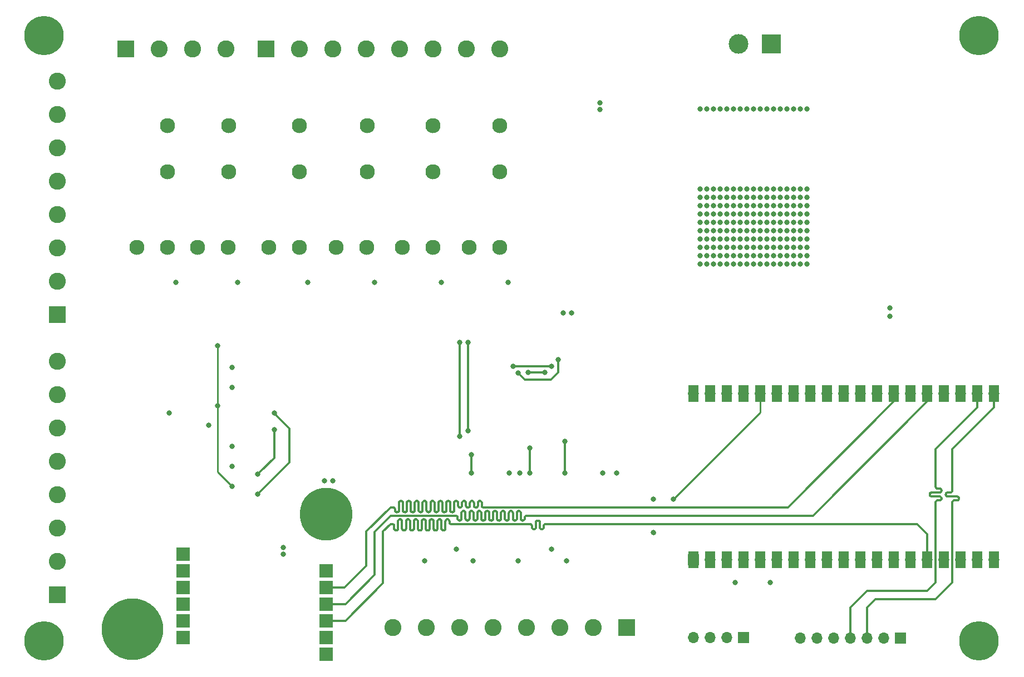
<source format=gbr>
G04 #@! TF.GenerationSoftware,KiCad,Pcbnew,(5.1.5)-3*
G04 #@! TF.CreationDate,2020-11-04T13:24:47-03:00*
G04 #@! TF.ProjectId,ESP32-BOARD,45535033-322d-4424-9f41-52442e6b6963,rev?*
G04 #@! TF.SameCoordinates,Original*
G04 #@! TF.FileFunction,Copper,L4,Bot*
G04 #@! TF.FilePolarity,Positive*
%FSLAX46Y46*%
G04 Gerber Fmt 4.6, Leading zero omitted, Abs format (unit mm)*
G04 Created by KiCad (PCBNEW (5.1.5)-3) date 2020-11-04 13:24:47*
%MOMM*%
%LPD*%
G04 APERTURE LIST*
%ADD10C,2.600000*%
%ADD11R,2.600000X2.600000*%
%ADD12O,1.700000X1.700000*%
%ADD13R,1.700000X1.700000*%
%ADD14C,2.300000*%
%ADD15R,1.500000X2.500000*%
%ADD16R,2.000000X2.000000*%
%ADD17C,1.700000*%
%ADD18C,9.400000*%
%ADD19C,0.800000*%
%ADD20C,6.000000*%
%ADD21C,3.000000*%
%ADD22R,3.000000X3.000000*%
%ADD23C,8.000000*%
%ADD24C,0.300000*%
%ADD25C,0.250000*%
%ADD26C,0.800000*%
G04 APERTURE END LIST*
D10*
X165087300Y-49149000D03*
X160007300Y-49149000D03*
X154927300Y-49149000D03*
X149847300Y-49149000D03*
X144767300Y-49149000D03*
X139687300Y-49149000D03*
X134607300Y-49149000D03*
D11*
X129527300Y-49149000D03*
D12*
X194551300Y-138811000D03*
X197091300Y-138811000D03*
X199631300Y-138811000D03*
D13*
X202171300Y-138811000D03*
D14*
X165061900Y-79375000D03*
X165087300Y-67894200D03*
X165087300Y-60858400D03*
X160388300Y-79375000D03*
X154901900Y-79375000D03*
X154927300Y-67894200D03*
X154927300Y-60858400D03*
X150228300Y-79375000D03*
X144868900Y-79375000D03*
X144894300Y-67894200D03*
X144894300Y-60858400D03*
X140195300Y-79375000D03*
X134581900Y-79375000D03*
X134607300Y-67894200D03*
X134607300Y-60858400D03*
X129908300Y-79375000D03*
X123786900Y-79375000D03*
X123812300Y-67894200D03*
X123812300Y-60858400D03*
X119113300Y-79375000D03*
X114515900Y-79349600D03*
X114541300Y-67868800D03*
X114541300Y-60833000D03*
X109842300Y-79349600D03*
D15*
X212344000Y-101676200D03*
X199644000Y-101676200D03*
X207264000Y-101676200D03*
X204724000Y-101676200D03*
X194564000Y-101676200D03*
X197104000Y-101676200D03*
X209804000Y-101676200D03*
X217424000Y-101676200D03*
X219964000Y-101676200D03*
X202184000Y-101676200D03*
X235204000Y-101676200D03*
X225044000Y-101676200D03*
X222504000Y-101676200D03*
X227584000Y-101676200D03*
X214884000Y-101676200D03*
X237744000Y-101676200D03*
X230124000Y-101676200D03*
X232664000Y-101676200D03*
X240284000Y-101676200D03*
X237718600Y-126974600D03*
X217398600Y-126974600D03*
X202158600Y-126974600D03*
X230098600Y-126974600D03*
X225018600Y-126974600D03*
X235178600Y-126974600D03*
X194538600Y-126974600D03*
X227558600Y-126974600D03*
X222478600Y-126974600D03*
X199618600Y-126974600D03*
X240258600Y-126974600D03*
X232638600Y-126974600D03*
X219938600Y-126974600D03*
X209778600Y-126974600D03*
X214858600Y-126974600D03*
X207238600Y-126974600D03*
X204698600Y-126974600D03*
X197078600Y-126974600D03*
X212318600Y-126974600D03*
D12*
X204698600Y-126974600D03*
X209778600Y-126974600D03*
X197078600Y-126974600D03*
X214858600Y-126974600D03*
X207238600Y-126974600D03*
X212318600Y-126974600D03*
X235204000Y-101676200D03*
X212344000Y-101676200D03*
X240284000Y-101676200D03*
X225044000Y-101676200D03*
X217424000Y-101676200D03*
X209804000Y-101676200D03*
X232664000Y-101676200D03*
X230124000Y-101676200D03*
X204724000Y-101676200D03*
X202184000Y-101676200D03*
X237744000Y-101676200D03*
X227584000Y-101676200D03*
X222504000Y-101676200D03*
X219964000Y-101676200D03*
X207264000Y-101676200D03*
X199644000Y-101676200D03*
X214884000Y-101676200D03*
X197104000Y-101676200D03*
X194564000Y-101676200D03*
X235178600Y-126974600D03*
X240258600Y-126974600D03*
X225018600Y-126974600D03*
X217398600Y-126974600D03*
X232638600Y-126974600D03*
X230098600Y-126974600D03*
X202158600Y-126974600D03*
X237718600Y-126974600D03*
X227558600Y-126974600D03*
X222478600Y-126974600D03*
X219938600Y-126974600D03*
X199618600Y-126974600D03*
D13*
X194538600Y-126974600D03*
D16*
X116903500Y-136271000D03*
X116903500Y-131191000D03*
X116903500Y-128651000D03*
X116903500Y-133731000D03*
X116903500Y-138811000D03*
X116903500Y-126111000D03*
X138645900Y-133756400D03*
X138645900Y-128676400D03*
X138645900Y-138836400D03*
X138645900Y-136296400D03*
X138645900Y-131216400D03*
X138645900Y-141376400D03*
D12*
X116903500Y-128651000D03*
X116903500Y-131191000D03*
X116903500Y-126111000D03*
X116903500Y-133731000D03*
X116903500Y-136271000D03*
X116903500Y-138811000D03*
X138645900Y-131216400D03*
X138645900Y-133756400D03*
X138645900Y-128676400D03*
X138645900Y-136296400D03*
X138645900Y-138836400D03*
D17*
X138645900Y-141376400D03*
D13*
X226060000Y-138938000D03*
D12*
X223520000Y-138938000D03*
X220980000Y-138938000D03*
X218440000Y-138938000D03*
X215900000Y-138938000D03*
X213360000Y-138938000D03*
X210820000Y-138938000D03*
D18*
X109207300Y-137541000D03*
D19*
X236207300Y-45339000D03*
X237985300Y-44577000D03*
X239763300Y-48895000D03*
X235445300Y-47117000D03*
X236207300Y-48895000D03*
X237985300Y-49657000D03*
X239763300Y-45339000D03*
X240525300Y-47117000D03*
D20*
X237985300Y-47117000D03*
D19*
X236207300Y-137541000D03*
X237985300Y-136779000D03*
X239763300Y-141097000D03*
X235445300Y-139319000D03*
X236207300Y-141097000D03*
X237985300Y-141859000D03*
X239763300Y-137541000D03*
X240525300Y-139319000D03*
D20*
X237985300Y-139319000D03*
D19*
X93967300Y-137541000D03*
X95745300Y-136779000D03*
X97523300Y-141097000D03*
X93205300Y-139319000D03*
X93967300Y-141097000D03*
X95745300Y-141859000D03*
X97523300Y-137541000D03*
X98285300Y-139319000D03*
D20*
X95745300Y-139319000D03*
D19*
X93967300Y-45339000D03*
X95745300Y-44577000D03*
X97523300Y-48895000D03*
X93205300Y-47117000D03*
X93967300Y-48895000D03*
X95745300Y-49657000D03*
X97523300Y-45339000D03*
X98285300Y-47117000D03*
D20*
X95745300Y-47117000D03*
D10*
X123431300Y-49149000D03*
X118351300Y-49149000D03*
X113271300Y-49149000D03*
D11*
X108191300Y-49149000D03*
D10*
X97777300Y-96774000D03*
X97777300Y-101854000D03*
X97777300Y-106934000D03*
X97777300Y-112014000D03*
X97777300Y-117094000D03*
X97777300Y-122174000D03*
X97777300Y-127254000D03*
D11*
X97777300Y-132334000D03*
D10*
X97777300Y-54102000D03*
X97777300Y-59182000D03*
X97777300Y-64262000D03*
X97777300Y-69342000D03*
X97777300Y-74422000D03*
X97777300Y-79502000D03*
X97777300Y-84582000D03*
D11*
X97777300Y-89662000D03*
D10*
X148805900Y-137287000D03*
X153885900Y-137287000D03*
X158965900Y-137287000D03*
X164045900Y-137287000D03*
X169125900Y-137287000D03*
X174205900Y-137287000D03*
X179285900Y-137287000D03*
D11*
X184365900Y-137287000D03*
D21*
X201375000Y-48387000D03*
D22*
X206375000Y-48387000D03*
D23*
X138671300Y-120015000D03*
D19*
X201676000Y-58293000D03*
X200660000Y-58293000D03*
X199644000Y-58293000D03*
X198628000Y-58293000D03*
X197612000Y-58293000D03*
X196596000Y-58293000D03*
X195580000Y-58293000D03*
X202692000Y-58293000D03*
X208788000Y-58293000D03*
X207772000Y-58293000D03*
X209804000Y-58293000D03*
X210820000Y-58293000D03*
X211836000Y-58293000D03*
X206756000Y-58293000D03*
X205740000Y-58293000D03*
X204724000Y-58293000D03*
X203708000Y-58293000D03*
X124333000Y-97663000D03*
X124333000Y-100711000D03*
X124333000Y-109728000D03*
X124333000Y-112776000D03*
X124333000Y-115824000D03*
X200901300Y-130429000D03*
X114808000Y-104648000D03*
X168135300Y-113792000D03*
X182867300Y-113792000D03*
X209804000Y-71755000D03*
X199644000Y-71755000D03*
X201676000Y-71755000D03*
X200660000Y-71755000D03*
X196596000Y-71755000D03*
X205740000Y-71755000D03*
X195580000Y-71755000D03*
X210820000Y-71755000D03*
X197612000Y-71755000D03*
X206756000Y-71755000D03*
X207772000Y-71755000D03*
X211836000Y-71755000D03*
X203708000Y-71755000D03*
X198628000Y-71755000D03*
X202692000Y-71755000D03*
X208788000Y-71755000D03*
X204724000Y-71755000D03*
X203708000Y-73025000D03*
X199644000Y-73025000D03*
X207772000Y-73025000D03*
X201676000Y-73025000D03*
X195580000Y-73025000D03*
X197612000Y-73025000D03*
X206756000Y-73025000D03*
X202692000Y-73025000D03*
X209804000Y-73025000D03*
X200660000Y-73025000D03*
X208788000Y-73025000D03*
X198628000Y-73025000D03*
X204724000Y-73025000D03*
X211836000Y-73025000D03*
X196596000Y-73025000D03*
X205740000Y-73025000D03*
X210820000Y-73025000D03*
X200660000Y-74295000D03*
X196596000Y-74295000D03*
X202692000Y-74295000D03*
X209804000Y-74295000D03*
X201676000Y-74295000D03*
X195580000Y-74295000D03*
X208788000Y-74295000D03*
X198628000Y-74295000D03*
X203708000Y-74295000D03*
X206756000Y-74295000D03*
X204724000Y-74295000D03*
X211836000Y-74295000D03*
X205740000Y-74295000D03*
X199644000Y-74295000D03*
X197612000Y-74295000D03*
X210820000Y-74295000D03*
X207772000Y-74295000D03*
X209804000Y-75565000D03*
X201676000Y-75565000D03*
X207772000Y-75565000D03*
X210820000Y-75565000D03*
X199644000Y-75565000D03*
X211836000Y-75565000D03*
X208788000Y-75565000D03*
X203708000Y-75565000D03*
X202692000Y-75565000D03*
X198628000Y-75565000D03*
X204724000Y-75565000D03*
X197612000Y-75565000D03*
X205740000Y-75565000D03*
X206756000Y-75565000D03*
X196596000Y-75565000D03*
X195580000Y-75565000D03*
X200660000Y-75565000D03*
X200660000Y-76835000D03*
X211836000Y-76835000D03*
X197612000Y-76835000D03*
X195580000Y-76835000D03*
X204724000Y-76835000D03*
X206756000Y-76835000D03*
X199644000Y-76835000D03*
X207772000Y-76835000D03*
X208788000Y-76835000D03*
X209804000Y-76835000D03*
X210820000Y-76835000D03*
X203708000Y-76835000D03*
X202692000Y-76835000D03*
X198628000Y-76835000D03*
X205740000Y-76835000D03*
X196596000Y-76835000D03*
X201676000Y-76835000D03*
X207772000Y-78105000D03*
X197612000Y-78105000D03*
X195580000Y-78105000D03*
X205740000Y-78105000D03*
X202692000Y-78105000D03*
X204724000Y-78105000D03*
X208788000Y-78105000D03*
X200660000Y-78105000D03*
X198628000Y-78105000D03*
X209804000Y-78105000D03*
X196596000Y-78105000D03*
X201676000Y-78105000D03*
X211836000Y-78105000D03*
X203708000Y-78105000D03*
X210820000Y-78105000D03*
X199644000Y-78105000D03*
X206756000Y-78105000D03*
X211836000Y-79375000D03*
X210820000Y-79375000D03*
X209804000Y-79375000D03*
X201676000Y-79375000D03*
X207772000Y-79375000D03*
X205740000Y-79375000D03*
X200660000Y-79375000D03*
X195580000Y-79375000D03*
X198628000Y-79375000D03*
X199644000Y-79375000D03*
X206756000Y-79375000D03*
X203708000Y-79375000D03*
X204724000Y-79375000D03*
X208788000Y-79375000D03*
X197612000Y-79375000D03*
X196596000Y-79375000D03*
X202692000Y-79375000D03*
X206756000Y-80645000D03*
X202692000Y-80645000D03*
X211836000Y-80645000D03*
X207772000Y-80645000D03*
X210820000Y-80645000D03*
X200660000Y-80645000D03*
X204724000Y-80645000D03*
X198628000Y-80645000D03*
X196596000Y-80645000D03*
X199644000Y-80645000D03*
X197612000Y-80645000D03*
X195580000Y-80645000D03*
X205740000Y-80645000D03*
X203708000Y-80645000D03*
X208788000Y-80645000D03*
X209804000Y-80645000D03*
X201676000Y-80645000D03*
X206756000Y-81915000D03*
X204724000Y-81915000D03*
X201676000Y-81915000D03*
X195580000Y-81915000D03*
X198628000Y-81915000D03*
X196596000Y-81915000D03*
X205740000Y-81915000D03*
X207772000Y-81915000D03*
X203708000Y-81915000D03*
X209804000Y-81915000D03*
X202692000Y-81915000D03*
X199644000Y-81915000D03*
X197612000Y-81915000D03*
X211836000Y-81915000D03*
X208788000Y-81915000D03*
X200660000Y-81915000D03*
X210820000Y-81915000D03*
X211836000Y-70485000D03*
X206756000Y-70485000D03*
X208788000Y-70485000D03*
X196596000Y-70485000D03*
X199644000Y-70485000D03*
X207772000Y-70485000D03*
X203708000Y-70485000D03*
X209804000Y-70485000D03*
X197612000Y-70485000D03*
X205740000Y-70485000D03*
X195580000Y-70485000D03*
X210820000Y-70485000D03*
X200660000Y-70485000D03*
X204724000Y-70485000D03*
X198628000Y-70485000D03*
X201676000Y-70485000D03*
X202692000Y-70485000D03*
X135877300Y-84709000D03*
X146037300Y-84709000D03*
X156197302Y-84709000D03*
X166357300Y-84709000D03*
X125209300Y-84709000D03*
X115811300Y-84709000D03*
X153657300Y-127127000D03*
X161023300Y-127127000D03*
X167881300Y-127127000D03*
X175247300Y-127127000D03*
X172961300Y-125349000D03*
X158498010Y-125334290D03*
X122116310Y-94361000D03*
X120816811Y-106509137D03*
X122116310Y-103513736D03*
X176022000Y-89408000D03*
X174752000Y-89408000D03*
X224409000Y-89916000D03*
X224408998Y-88646004D03*
X188455300Y-117728990D03*
X166484296Y-113792000D03*
X180708300Y-113792000D03*
X160782000Y-113792000D03*
X160782000Y-110998000D03*
X169672000Y-113792000D03*
X169672000Y-109982000D03*
X174993302Y-108966000D03*
X174993300Y-113792000D03*
X139687300Y-114935000D03*
X138417300Y-114935000D03*
X206235300Y-130429000D03*
X167894000Y-98552000D03*
X173990000Y-96520000D03*
X172974000Y-97536000D03*
X167131994Y-97536000D03*
X171958000Y-98425000D03*
X169418000Y-98424994D03*
X159004000Y-108203994D03*
X158991300Y-93853000D03*
X160273992Y-107315000D03*
X160261300Y-93853000D03*
X128248337Y-113940663D03*
X130752310Y-107188000D03*
X128270000Y-116967000D03*
X130752310Y-104648000D03*
X180340000Y-57404000D03*
X180340000Y-58420000D03*
X188455300Y-122808998D03*
X191503300Y-117729000D03*
X132156200Y-126111000D03*
X132156200Y-125095000D03*
D24*
X114808000Y-104648000D02*
X114681000Y-104648000D01*
D25*
X122116310Y-94926685D02*
X122116310Y-94361000D01*
X122116310Y-113607310D02*
X122116310Y-94926685D01*
X124333000Y-115824000D02*
X122116310Y-113607310D01*
D24*
X160782000Y-113792000D02*
X160782000Y-110998000D01*
X169672000Y-109982000D02*
X169672000Y-113792000D01*
X174993300Y-108966002D02*
X174993302Y-108966000D01*
X174993300Y-113792000D02*
X174993300Y-108966002D01*
X173990000Y-98425000D02*
X172847000Y-99568000D01*
X173990000Y-96520000D02*
X173990000Y-98425000D01*
X172847000Y-99568000D02*
X168910000Y-99568000D01*
X168910000Y-99568000D02*
X167894000Y-98552000D01*
X172974000Y-97536000D02*
X167131994Y-97536000D01*
X171958000Y-98425000D02*
X169418006Y-98425000D01*
X169418006Y-98425000D02*
X169418000Y-98424994D01*
X159004000Y-93865700D02*
X159004000Y-108203994D01*
X158991300Y-93853000D02*
X159004000Y-93865700D01*
X160274000Y-107314992D02*
X160273992Y-107315000D01*
X160261300Y-93853000D02*
X160274000Y-93865700D01*
X160274000Y-93865700D02*
X160274000Y-107314992D01*
X130752310Y-111436690D02*
X128648336Y-113540664D01*
X130752310Y-107188000D02*
X130752310Y-111436690D01*
X128648336Y-113540664D02*
X128248337Y-113940663D01*
X133096000Y-112141000D02*
X133096000Y-106991690D01*
X128270000Y-116967000D02*
X133096000Y-112141000D01*
X133096000Y-106991690D02*
X131152309Y-105047999D01*
X131152309Y-105047999D02*
X130752310Y-104648000D01*
X225044000Y-102857300D02*
X225044000Y-101676200D01*
X162501134Y-118969291D02*
X162564543Y-118991479D01*
X162444253Y-118933550D02*
X162501134Y-118969291D01*
X162396750Y-118886047D02*
X162444253Y-118933550D01*
X162361009Y-118829166D02*
X162396750Y-118886047D01*
X162331300Y-118316308D02*
X162331300Y-118699000D01*
X162323778Y-118249552D02*
X162331300Y-118316308D01*
X162301590Y-118186143D02*
X162323778Y-118249552D01*
X162265849Y-118129262D02*
X162301590Y-118186143D01*
X162218346Y-118081759D02*
X162265849Y-118129262D01*
X162161465Y-118046018D02*
X162218346Y-118081759D01*
X162098056Y-118023830D02*
X162161465Y-118046018D01*
X162031300Y-118016308D02*
X162098056Y-118023830D01*
X161964543Y-118023830D02*
X162031300Y-118016308D01*
X161901134Y-118046018D02*
X161964543Y-118023830D01*
X161844253Y-118081759D02*
X161901134Y-118046018D01*
X161796750Y-118129262D02*
X161844253Y-118081759D01*
X161761009Y-118186143D02*
X161796750Y-118129262D01*
X161738821Y-118249552D02*
X161761009Y-118186143D01*
X161731300Y-118316308D02*
X161738821Y-118249552D01*
X161731300Y-118699000D02*
X161731300Y-118316308D01*
X161723778Y-118765757D02*
X161731300Y-118699000D01*
X161701590Y-118829166D02*
X161723778Y-118765757D01*
X161665849Y-118886047D02*
X161701590Y-118829166D01*
X161618346Y-118933550D02*
X161665849Y-118886047D01*
X161561465Y-118969291D02*
X161618346Y-118933550D01*
X161498056Y-118991479D02*
X161561465Y-118969291D01*
X161431300Y-118999000D02*
X161498056Y-118991479D01*
X161364543Y-118991479D02*
X161431300Y-118999000D01*
X161301134Y-118969291D02*
X161364543Y-118991479D01*
X161244253Y-118933550D02*
X161301134Y-118969291D01*
X161196750Y-118886047D02*
X161244253Y-118933550D01*
X161161009Y-118829166D02*
X161196750Y-118886047D01*
X161138821Y-118765757D02*
X161161009Y-118829166D01*
X161131300Y-118699000D02*
X161138821Y-118765757D01*
X161131300Y-118316308D02*
X161131300Y-118699000D01*
X161123778Y-118249552D02*
X161131300Y-118316308D01*
X161101590Y-118186143D02*
X161123778Y-118249552D01*
X161065849Y-118129262D02*
X161101590Y-118186143D01*
X161018346Y-118081759D02*
X161065849Y-118129262D01*
X160961465Y-118046018D02*
X161018346Y-118081759D01*
X160898056Y-118023830D02*
X160961465Y-118046018D01*
X160831300Y-118016308D02*
X160898056Y-118023830D01*
X160764543Y-118023830D02*
X160831300Y-118016308D01*
X160701134Y-118046018D02*
X160764543Y-118023830D01*
X160644253Y-118081759D02*
X160701134Y-118046018D01*
X160596750Y-118129262D02*
X160644253Y-118081759D01*
X160561009Y-118186143D02*
X160596750Y-118129262D01*
X160538821Y-118249552D02*
X160561009Y-118186143D01*
X160531300Y-118316308D02*
X160538821Y-118249552D01*
X160531300Y-118699000D02*
X160531300Y-118316308D01*
X160523778Y-118765757D02*
X160531300Y-118699000D01*
X160501590Y-118829166D02*
X160523778Y-118765757D01*
X160465849Y-118886047D02*
X160501590Y-118829166D01*
X160418346Y-118933550D02*
X160465849Y-118886047D01*
X160361465Y-118969291D02*
X160418346Y-118933550D01*
X160298056Y-118991479D02*
X160361465Y-118969291D01*
X160231300Y-118999000D02*
X160298056Y-118991479D01*
X160164543Y-118991479D02*
X160231300Y-118999000D01*
X160101134Y-118969291D02*
X160164543Y-118991479D01*
X160044253Y-118933550D02*
X160101134Y-118969291D01*
X159996750Y-118886047D02*
X160044253Y-118933550D01*
X159961009Y-118829166D02*
X159996750Y-118886047D01*
X159938821Y-118765757D02*
X159961009Y-118829166D01*
X159931300Y-118699000D02*
X159938821Y-118765757D01*
X159931300Y-118316308D02*
X159931300Y-118699000D01*
X159923778Y-118249552D02*
X159931300Y-118316308D01*
X159901590Y-118186143D02*
X159923778Y-118249552D01*
X159865849Y-118129262D02*
X159901590Y-118186143D01*
X159818346Y-118081759D02*
X159865849Y-118129262D01*
X159761465Y-118046018D02*
X159818346Y-118081759D01*
X159698056Y-118023830D02*
X159761465Y-118046018D01*
X159631300Y-118016308D02*
X159698056Y-118023830D01*
X159564543Y-118023830D02*
X159631300Y-118016308D01*
X159501134Y-118046018D02*
X159564543Y-118023830D01*
X159444253Y-118081759D02*
X159501134Y-118046018D01*
X159396750Y-118129262D02*
X159444253Y-118081759D01*
X159361009Y-118186143D02*
X159396750Y-118129262D01*
X159338821Y-118249552D02*
X159361009Y-118186143D01*
X159331300Y-118316308D02*
X159338821Y-118249552D01*
X159331300Y-118699000D02*
X159331300Y-118316308D01*
X159323778Y-118765757D02*
X159331300Y-118699000D01*
X159301590Y-118829166D02*
X159323778Y-118765757D01*
X159265849Y-118886047D02*
X159301590Y-118829166D01*
X159218346Y-118933550D02*
X159265849Y-118886047D01*
X159161465Y-118969291D02*
X159218346Y-118933550D01*
X159098056Y-118991479D02*
X159161465Y-118969291D01*
X159031300Y-118999000D02*
X159098056Y-118991479D01*
X158964543Y-118991479D02*
X159031300Y-118999000D01*
X158901134Y-118969291D02*
X158964543Y-118991479D01*
X158844253Y-118933550D02*
X158901134Y-118969291D01*
X158796750Y-118886047D02*
X158844253Y-118933550D01*
X158761009Y-118829166D02*
X158796750Y-118886047D01*
X158738821Y-118765757D02*
X158761009Y-118829166D01*
X158731300Y-118699000D02*
X158738821Y-118765757D01*
X158731300Y-118316308D02*
X158731300Y-118699000D01*
X158723778Y-118249552D02*
X158731300Y-118316308D01*
X158701590Y-118186143D02*
X158723778Y-118249552D01*
X158665849Y-118129262D02*
X158701590Y-118186143D01*
X158618346Y-118081759D02*
X158665849Y-118129262D01*
X158561465Y-118046018D02*
X158618346Y-118081759D01*
X158498056Y-118023830D02*
X158561465Y-118046018D01*
X158431300Y-118016308D02*
X158498056Y-118023830D01*
X158364543Y-118023830D02*
X158431300Y-118016308D01*
X158301134Y-118046018D02*
X158364543Y-118023830D01*
X158244253Y-118081759D02*
X158301134Y-118046018D01*
X158196750Y-118129262D02*
X158244253Y-118081759D01*
X158161009Y-118186143D02*
X158196750Y-118129262D01*
X158138821Y-118249552D02*
X158161009Y-118186143D01*
X158131300Y-118316308D02*
X158138821Y-118249552D01*
X158131300Y-119431692D02*
X158131300Y-118316308D01*
X158123778Y-119498448D02*
X158131300Y-119431692D01*
X158101590Y-119561857D02*
X158123778Y-119498448D01*
X158065849Y-119618738D02*
X158101590Y-119561857D01*
X158018346Y-119666241D02*
X158065849Y-119618738D01*
X157961465Y-119701982D02*
X158018346Y-119666241D01*
X157898056Y-119724170D02*
X157961465Y-119701982D01*
X157831300Y-119731692D02*
X157898056Y-119724170D01*
X157764543Y-119724170D02*
X157831300Y-119731692D01*
X157701134Y-119701982D02*
X157764543Y-119724170D01*
X157644253Y-119666241D02*
X157701134Y-119701982D01*
X157596750Y-119618738D02*
X157644253Y-119666241D01*
X157561009Y-119561857D02*
X157596750Y-119618738D01*
X157538821Y-119498448D02*
X157561009Y-119561857D01*
X157531300Y-119431692D02*
X157538821Y-119498448D01*
X157531300Y-118316308D02*
X157531300Y-119431692D01*
X157523778Y-118249552D02*
X157531300Y-118316308D01*
X157501590Y-118186143D02*
X157523778Y-118249552D01*
X157465849Y-118129262D02*
X157501590Y-118186143D01*
X157418346Y-118081759D02*
X157465849Y-118129262D01*
X157361465Y-118046018D02*
X157418346Y-118081759D01*
X157298056Y-118023830D02*
X157361465Y-118046018D01*
X157231300Y-118016308D02*
X157298056Y-118023830D01*
X157164543Y-118023830D02*
X157231300Y-118016308D01*
X157101134Y-118046018D02*
X157164543Y-118023830D01*
X157044253Y-118081759D02*
X157101134Y-118046018D01*
X156996750Y-118129262D02*
X157044253Y-118081759D01*
X156961009Y-118186143D02*
X156996750Y-118129262D01*
X156938821Y-118249552D02*
X156961009Y-118186143D01*
X156931300Y-118316308D02*
X156938821Y-118249552D01*
X156931300Y-119431692D02*
X156931300Y-118316308D01*
X156923778Y-119498448D02*
X156931300Y-119431692D01*
X156901590Y-119561857D02*
X156923778Y-119498448D01*
X156865849Y-119618738D02*
X156901590Y-119561857D01*
X156818346Y-119666241D02*
X156865849Y-119618738D01*
X156761465Y-119701982D02*
X156818346Y-119666241D01*
X156698056Y-119724170D02*
X156761465Y-119701982D01*
X156631300Y-119731692D02*
X156698056Y-119724170D01*
X156564543Y-119724170D02*
X156631300Y-119731692D01*
X156501134Y-119701982D02*
X156564543Y-119724170D01*
X152431300Y-118016308D02*
X152498056Y-118023830D01*
X152364543Y-118023830D02*
X152431300Y-118016308D01*
X152161009Y-118186143D02*
X152196750Y-118129262D01*
X152138821Y-118249552D02*
X152161009Y-118186143D01*
X152131300Y-119431692D02*
X152131300Y-118316308D01*
X152123778Y-119498448D02*
X152131300Y-119431692D01*
X152101590Y-119561857D02*
X152123778Y-119498448D01*
X152065849Y-119618738D02*
X152101590Y-119561857D01*
X152018346Y-119666241D02*
X152065849Y-119618738D01*
X151898056Y-119724170D02*
X151961465Y-119701982D01*
X151831300Y-119731692D02*
X151898056Y-119724170D01*
X151764543Y-119724170D02*
X151831300Y-119731692D01*
X151701134Y-119701982D02*
X151764543Y-119724170D01*
X151644253Y-119666241D02*
X151701134Y-119701982D01*
X151596750Y-119618738D02*
X151644253Y-119666241D01*
X151531300Y-118316308D02*
X151531300Y-119431692D01*
X151523778Y-118249552D02*
X151531300Y-118316308D01*
X151501590Y-118186143D02*
X151523778Y-118249552D01*
X152301134Y-118046018D02*
X152364543Y-118023830D01*
X151465849Y-118129262D02*
X151501590Y-118186143D01*
X151418346Y-118081759D02*
X151465849Y-118129262D01*
X151361465Y-118046018D02*
X151418346Y-118081759D01*
X151298056Y-118023830D02*
X151361465Y-118046018D01*
X151231300Y-118016308D02*
X151298056Y-118023830D01*
X151164543Y-118023830D02*
X151231300Y-118016308D01*
X151101134Y-118046018D02*
X151164543Y-118023830D01*
X151044253Y-118081759D02*
X151101134Y-118046018D01*
X150996750Y-118129262D02*
X151044253Y-118081759D01*
X150961009Y-118186143D02*
X150996750Y-118129262D01*
X150938821Y-118249552D02*
X150961009Y-118186143D01*
X150931300Y-118316308D02*
X150938821Y-118249552D01*
X150901590Y-119561857D02*
X150923778Y-119498448D01*
X150865849Y-119618738D02*
X150901590Y-119561857D01*
X150818346Y-119666241D02*
X150865849Y-119618738D01*
X150761465Y-119701982D02*
X150818346Y-119666241D01*
X150698056Y-119724170D02*
X150761465Y-119701982D01*
X150631300Y-119731692D02*
X150698056Y-119724170D01*
X150564543Y-119724170D02*
X150631300Y-119731692D01*
X150444253Y-119666241D02*
X150501134Y-119701982D01*
X150396750Y-119618738D02*
X150444253Y-119666241D01*
X149364543Y-119724170D02*
X149431300Y-119731692D01*
X154596750Y-118129262D02*
X154644253Y-118081759D01*
X149161009Y-119561857D02*
X149196750Y-119618738D01*
X149431300Y-119731692D02*
X149498056Y-119724170D01*
X152131300Y-118316308D02*
X152138821Y-118249552D01*
X149138821Y-119498448D02*
X149161009Y-119561857D01*
X155731300Y-119431692D02*
X155731300Y-118316308D01*
X150161465Y-118046018D02*
X150218346Y-118081759D01*
X138658600Y-131445000D02*
X138912600Y-131191000D01*
X149196750Y-119618738D02*
X149244253Y-119666241D01*
X155138821Y-119498448D02*
X155161009Y-119561857D01*
X150323778Y-118249552D02*
X150331300Y-118316308D01*
X162631300Y-118999000D02*
X208902300Y-118999000D01*
X149131300Y-119299000D02*
X149131300Y-119431692D01*
X149561465Y-119701982D02*
X149618346Y-119666241D01*
X149498056Y-119724170D02*
X149561465Y-119701982D01*
X141465300Y-131191000D02*
X144767300Y-127889000D01*
X150931300Y-119431692D02*
X150931300Y-118316308D01*
X149301134Y-119701982D02*
X149364543Y-119724170D01*
X155065849Y-118129262D02*
X155101590Y-118186143D01*
X162564543Y-118991479D02*
X162631300Y-118999000D01*
X149131300Y-119431692D02*
X149138821Y-119498448D01*
X154538821Y-118249552D02*
X154561009Y-118186143D01*
X149723778Y-119498448D02*
X149731300Y-119431692D01*
X144767300Y-122682000D02*
X148450300Y-118999000D01*
X150301590Y-118186143D02*
X150323778Y-118249552D01*
X151531300Y-119431692D02*
X151538821Y-119498448D01*
X148831300Y-118999000D02*
X148898056Y-119006521D01*
X149065849Y-119111953D02*
X149101590Y-119168834D01*
X149701590Y-119561857D02*
X149723778Y-119498448D01*
X151961465Y-119701982D02*
X152018346Y-119666241D01*
X148961465Y-119028709D02*
X149018346Y-119064450D01*
X156323778Y-118249552D02*
X156331300Y-118316308D01*
X149618346Y-119666241D02*
X149665849Y-119618738D01*
X150501134Y-119701982D02*
X150564543Y-119724170D01*
X149244253Y-119666241D02*
X149301134Y-119701982D01*
X154898056Y-118023830D02*
X154961465Y-118046018D01*
X150361009Y-119561857D02*
X150396750Y-119618738D01*
X151561009Y-119561857D02*
X151596750Y-119618738D01*
X162338821Y-118765757D02*
X162361009Y-118829166D01*
X148450300Y-118999000D02*
X148831300Y-118999000D01*
X156331300Y-118316308D02*
X156331300Y-119431692D01*
X152244253Y-118081759D02*
X152301134Y-118046018D01*
X144767300Y-127889000D02*
X144767300Y-122682000D01*
X149731300Y-118316308D02*
X149738821Y-118249552D01*
X150923778Y-119498448D02*
X150931300Y-119431692D01*
X148898056Y-119006521D02*
X148961465Y-119028709D01*
X156361009Y-119561857D02*
X156396750Y-119618738D01*
X149844253Y-118081759D02*
X149901134Y-118046018D01*
X162331300Y-118699000D02*
X162338821Y-118765757D01*
X149018346Y-119064450D02*
X149065849Y-119111953D01*
X155796750Y-118129262D02*
X155844253Y-118081759D01*
X150331300Y-118316308D02*
X150331300Y-119431692D01*
X151538821Y-119498448D02*
X151561009Y-119561857D01*
X149123778Y-119232243D02*
X149131300Y-119299000D01*
X149665849Y-119618738D02*
X149701590Y-119561857D01*
X149731300Y-119431692D02*
X149731300Y-118316308D01*
X150265849Y-118129262D02*
X150301590Y-118186143D01*
X149738821Y-118249552D02*
X149761009Y-118186143D01*
X138912600Y-131191000D02*
X141465300Y-131191000D01*
X155723778Y-119498448D02*
X155731300Y-119431692D01*
X149761009Y-118186143D02*
X149796750Y-118129262D01*
X149796750Y-118129262D02*
X149844253Y-118081759D01*
X149901134Y-118046018D02*
X149964543Y-118023830D01*
X149964543Y-118023830D02*
X150031300Y-118016308D01*
X208902300Y-118999000D02*
X225044000Y-102857300D01*
X149101590Y-119168834D02*
X149123778Y-119232243D01*
X156331300Y-119431692D02*
X156338821Y-119498448D01*
X150218346Y-118081759D02*
X150265849Y-118129262D01*
X150031300Y-118016308D02*
X150098056Y-118023830D01*
X150098056Y-118023830D02*
X150161465Y-118046018D01*
X150331300Y-119431692D02*
X150338821Y-119498448D01*
X152196750Y-118129262D02*
X152244253Y-118081759D01*
X150338821Y-119498448D02*
X150361009Y-119561857D01*
X152498056Y-118023830D02*
X152561465Y-118046018D01*
X152561465Y-118046018D02*
X152618346Y-118081759D01*
X152618346Y-118081759D02*
X152665849Y-118129262D01*
X152665849Y-118129262D02*
X152701590Y-118186143D01*
X152701590Y-118186143D02*
X152723778Y-118249552D01*
X152723778Y-118249552D02*
X152731300Y-118316308D01*
X152731300Y-118316308D02*
X152731300Y-119431692D01*
X152731300Y-119431692D02*
X152738821Y-119498448D01*
X152738821Y-119498448D02*
X152761009Y-119561857D01*
X152761009Y-119561857D02*
X152796750Y-119618738D01*
X152796750Y-119618738D02*
X152844253Y-119666241D01*
X152844253Y-119666241D02*
X152901134Y-119701982D01*
X152901134Y-119701982D02*
X152964543Y-119724170D01*
X152964543Y-119724170D02*
X153031300Y-119731692D01*
X153031300Y-119731692D02*
X153098056Y-119724170D01*
X153098056Y-119724170D02*
X153161465Y-119701982D01*
X153161465Y-119701982D02*
X153218346Y-119666241D01*
X153218346Y-119666241D02*
X153265849Y-119618738D01*
X153265849Y-119618738D02*
X153301590Y-119561857D01*
X153301590Y-119561857D02*
X153323778Y-119498448D01*
X153323778Y-119498448D02*
X153331300Y-119431692D01*
X153331300Y-119431692D02*
X153331300Y-118316308D01*
X153331300Y-118316308D02*
X153338821Y-118249552D01*
X153338821Y-118249552D02*
X153361009Y-118186143D01*
X153361009Y-118186143D02*
X153396750Y-118129262D01*
X153396750Y-118129262D02*
X153444253Y-118081759D01*
X153444253Y-118081759D02*
X153501134Y-118046018D01*
X153501134Y-118046018D02*
X153564543Y-118023830D01*
X153564543Y-118023830D02*
X153631300Y-118016308D01*
X153631300Y-118016308D02*
X153698056Y-118023830D01*
X153698056Y-118023830D02*
X153761465Y-118046018D01*
X153761465Y-118046018D02*
X153818346Y-118081759D01*
X153818346Y-118081759D02*
X153865849Y-118129262D01*
X153865849Y-118129262D02*
X153901590Y-118186143D01*
X153901590Y-118186143D02*
X153923778Y-118249552D01*
X153923778Y-118249552D02*
X153931300Y-118316308D01*
X153931300Y-118316308D02*
X153931300Y-119431692D01*
X153931300Y-119431692D02*
X153938821Y-119498448D01*
X153938821Y-119498448D02*
X153961009Y-119561857D01*
X153961009Y-119561857D02*
X153996750Y-119618738D01*
X153996750Y-119618738D02*
X154044253Y-119666241D01*
X154044253Y-119666241D02*
X154101134Y-119701982D01*
X154101134Y-119701982D02*
X154164543Y-119724170D01*
X154164543Y-119724170D02*
X154231300Y-119731692D01*
X154231300Y-119731692D02*
X154298056Y-119724170D01*
X154298056Y-119724170D02*
X154361465Y-119701982D01*
X154361465Y-119701982D02*
X154418346Y-119666241D01*
X154418346Y-119666241D02*
X154465849Y-119618738D01*
X154465849Y-119618738D02*
X154501590Y-119561857D01*
X154501590Y-119561857D02*
X154523778Y-119498448D01*
X154523778Y-119498448D02*
X154531300Y-119431692D01*
X154531300Y-119431692D02*
X154531300Y-118316308D01*
X154531300Y-118316308D02*
X154538821Y-118249552D01*
X154561009Y-118186143D02*
X154596750Y-118129262D01*
X154644253Y-118081759D02*
X154701134Y-118046018D01*
X154701134Y-118046018D02*
X154764543Y-118023830D01*
X154764543Y-118023830D02*
X154831300Y-118016308D01*
X154831300Y-118016308D02*
X154898056Y-118023830D01*
X154961465Y-118046018D02*
X155018346Y-118081759D01*
X155018346Y-118081759D02*
X155065849Y-118129262D01*
X155101590Y-118186143D02*
X155123778Y-118249552D01*
X155123778Y-118249552D02*
X155131300Y-118316308D01*
X155131300Y-118316308D02*
X155131300Y-119431692D01*
X155131300Y-119431692D02*
X155138821Y-119498448D01*
X155161009Y-119561857D02*
X155196750Y-119618738D01*
X155196750Y-119618738D02*
X155244253Y-119666241D01*
X155244253Y-119666241D02*
X155301134Y-119701982D01*
X155301134Y-119701982D02*
X155364543Y-119724170D01*
X155364543Y-119724170D02*
X155431300Y-119731692D01*
X155431300Y-119731692D02*
X155498056Y-119724170D01*
X155498056Y-119724170D02*
X155561465Y-119701982D01*
X155561465Y-119701982D02*
X155618346Y-119666241D01*
X155618346Y-119666241D02*
X155665849Y-119618738D01*
X155665849Y-119618738D02*
X155701590Y-119561857D01*
X155701590Y-119561857D02*
X155723778Y-119498448D01*
X155731300Y-118316308D02*
X155738821Y-118249552D01*
X155738821Y-118249552D02*
X155761009Y-118186143D01*
X155761009Y-118186143D02*
X155796750Y-118129262D01*
X155844253Y-118081759D02*
X155901134Y-118046018D01*
X155901134Y-118046018D02*
X155964543Y-118023830D01*
X155964543Y-118023830D02*
X156031300Y-118016308D01*
X156031300Y-118016308D02*
X156098056Y-118023830D01*
X156098056Y-118023830D02*
X156161465Y-118046018D01*
X156161465Y-118046018D02*
X156218346Y-118081759D01*
X156218346Y-118081759D02*
X156265849Y-118129262D01*
X156265849Y-118129262D02*
X156301590Y-118186143D01*
X156301590Y-118186143D02*
X156323778Y-118249552D01*
X156338821Y-119498448D02*
X156361009Y-119561857D01*
X156396750Y-119618738D02*
X156444253Y-119666241D01*
X156444253Y-119666241D02*
X156501134Y-119701982D01*
X230111300Y-102870000D02*
X230111300Y-101600000D01*
X212712300Y-120269000D02*
X230111300Y-102870000D01*
X169156300Y-120269000D02*
X212712300Y-120269000D01*
X168969253Y-120334450D02*
X169026134Y-120298709D01*
X168856300Y-120705255D02*
X168856300Y-120569000D01*
X168848778Y-120772011D02*
X168856300Y-120705255D01*
X168826590Y-120835420D02*
X168848778Y-120772011D01*
X168790849Y-120892301D02*
X168826590Y-120835420D01*
X168743346Y-120939804D02*
X168790849Y-120892301D01*
X168686465Y-120975545D02*
X168743346Y-120939804D01*
X168556300Y-121005255D02*
X168623056Y-120997733D01*
X168489543Y-120997733D02*
X168556300Y-121005255D01*
X168321750Y-120892301D02*
X168369253Y-120939804D01*
X168263821Y-120772011D02*
X168286009Y-120835420D01*
X168256300Y-120705255D02*
X168263821Y-120772011D01*
X168256300Y-119832745D02*
X168256300Y-120705255D01*
X168226590Y-119702580D02*
X168248778Y-119765989D01*
X168190849Y-119645699D02*
X168226590Y-119702580D01*
X168086465Y-119562455D02*
X168143346Y-119598196D01*
X167826134Y-119562455D02*
X167889543Y-119540267D01*
X167769253Y-119598196D02*
X167826134Y-119562455D01*
X167721750Y-119645699D02*
X167769253Y-119598196D01*
X167686009Y-119702580D02*
X167721750Y-119645699D01*
X167663821Y-119765989D02*
X167686009Y-119702580D01*
X167656300Y-119832745D02*
X167663821Y-119765989D01*
X167648778Y-120772011D02*
X167656300Y-120705255D01*
X167626590Y-120835420D02*
X167648778Y-120772011D01*
X167590849Y-120892301D02*
X167626590Y-120835420D01*
X167543346Y-120939804D02*
X167590849Y-120892301D01*
X167486465Y-120975545D02*
X167543346Y-120939804D01*
X167423056Y-120997733D02*
X167486465Y-120975545D01*
X167356300Y-121005255D02*
X167423056Y-120997733D01*
X167289543Y-120997733D02*
X167356300Y-121005255D01*
X167121750Y-120892301D02*
X167169253Y-120939804D01*
X167086009Y-120835420D02*
X167121750Y-120892301D01*
X167063821Y-120772011D02*
X167086009Y-120835420D01*
X167056300Y-120705255D02*
X167063821Y-120772011D01*
X167056300Y-119832745D02*
X167056300Y-120705255D01*
X167048778Y-119765989D02*
X167056300Y-119832745D01*
X167026590Y-119702580D02*
X167048778Y-119765989D01*
X166990849Y-119645699D02*
X167026590Y-119702580D01*
X166886465Y-119562455D02*
X166943346Y-119598196D01*
X166426590Y-120835420D02*
X166448778Y-120772011D01*
X161656300Y-120705255D02*
X161656300Y-119832745D01*
X161626590Y-120835420D02*
X161648778Y-120772011D01*
X168143346Y-119598196D02*
X168190849Y-119645699D01*
X161423056Y-120997733D02*
X161486465Y-120975545D01*
X168921750Y-120381953D02*
X168969253Y-120334450D01*
X161289543Y-120997733D02*
X161356300Y-121005255D01*
X168863821Y-120502243D02*
X168886009Y-120438834D01*
X161226134Y-120975545D02*
X161289543Y-120997733D01*
X167889543Y-119540267D02*
X167956300Y-119532745D01*
X161169253Y-120939804D02*
X161226134Y-120975545D01*
X167656300Y-120705255D02*
X167656300Y-119832745D01*
X161086009Y-120835420D02*
X161121750Y-120892301D01*
X168856300Y-120569000D02*
X168863821Y-120502243D01*
X161056300Y-120705255D02*
X161063821Y-120772011D01*
X166756300Y-119532745D02*
X166823056Y-119540267D01*
X161048778Y-119765989D02*
X161056300Y-119832745D01*
X166026134Y-120975545D02*
X166089543Y-120997733D01*
X161026590Y-119702580D02*
X161048778Y-119765989D01*
X166343346Y-120939804D02*
X166390849Y-120892301D01*
X160990849Y-119645699D02*
X161026590Y-119702580D01*
X168623056Y-120997733D02*
X168686465Y-120975545D01*
X160943346Y-119598196D02*
X160990849Y-119645699D01*
X169089543Y-120276521D02*
X169156300Y-120269000D01*
X160886465Y-119562455D02*
X160943346Y-119598196D01*
X166689543Y-119540267D02*
X166756300Y-119532745D01*
X160756300Y-119532745D02*
X160823056Y-119540267D01*
X166569253Y-119598196D02*
X166626134Y-119562455D01*
X160569253Y-119598196D02*
X160626134Y-119562455D01*
X166286465Y-120975545D02*
X166343346Y-120939804D01*
X160521750Y-119645699D02*
X160569253Y-119598196D01*
X160689543Y-119540267D02*
X160756300Y-119532745D01*
X165686465Y-119562455D02*
X165743346Y-119598196D01*
X166943346Y-119598196D02*
X166990849Y-119645699D01*
X160486009Y-119702580D02*
X160521750Y-119645699D01*
X166626134Y-119562455D02*
X166689543Y-119540267D01*
X160463821Y-119765989D02*
X160486009Y-119702580D01*
X168426134Y-120975545D02*
X168489543Y-120997733D01*
X160456300Y-119832745D02*
X160463821Y-119765989D01*
X166463821Y-119765989D02*
X166486009Y-119702580D01*
X160426590Y-120835420D02*
X160448778Y-120772011D01*
X164626590Y-119702580D02*
X164648778Y-119765989D01*
X160390849Y-120892301D02*
X160426590Y-120835420D01*
X161056300Y-119832745D02*
X161056300Y-120705255D01*
X164721750Y-120892301D02*
X164769253Y-120939804D01*
X161721750Y-119645699D02*
X161769253Y-119598196D01*
X160823056Y-119540267D02*
X160886465Y-119562455D01*
X165256300Y-119832745D02*
X165263821Y-119765989D01*
X166156300Y-121005255D02*
X166223056Y-120997733D01*
X160089543Y-120997733D02*
X160156300Y-121005255D01*
X164289543Y-119540267D02*
X164356300Y-119532745D01*
X159921750Y-120892301D02*
X159969253Y-120939804D01*
X168286009Y-120835420D02*
X168321750Y-120892301D01*
X161486465Y-120975545D02*
X161543346Y-120939804D01*
X165256300Y-120705255D02*
X165256300Y-119832745D01*
X160026134Y-120975545D02*
X160089543Y-120997733D01*
X165826590Y-119702580D02*
X165848778Y-119765989D01*
X161590849Y-120892301D02*
X161626590Y-120835420D01*
X161889543Y-119540267D02*
X161956300Y-119532745D01*
X168886009Y-120438834D02*
X168921750Y-120381953D01*
X160156300Y-121005255D02*
X160223056Y-120997733D01*
X163026134Y-119562455D02*
X163089543Y-119540267D01*
X166456300Y-119832745D02*
X166463821Y-119765989D01*
X159743346Y-119598196D02*
X159790849Y-119645699D01*
X160626134Y-119562455D02*
X160689543Y-119540267D01*
X164956300Y-121005255D02*
X165023056Y-120997733D01*
X165743346Y-119598196D02*
X165790849Y-119645699D01*
X166521750Y-119645699D02*
X166569253Y-119598196D01*
X159848778Y-119765989D02*
X159856300Y-119832745D01*
X161686009Y-119702580D02*
X161721750Y-119645699D01*
X158656300Y-120705255D02*
X158663821Y-120772011D01*
X158769253Y-120939804D02*
X158826134Y-120975545D01*
X164686009Y-120835420D02*
X164721750Y-120892301D01*
X161648778Y-120772011D02*
X161656300Y-120705255D01*
X158663821Y-120772011D02*
X158686009Y-120835420D01*
X165190849Y-120892301D02*
X165226590Y-120835420D01*
X166486009Y-119702580D02*
X166521750Y-119645699D01*
X159863821Y-120772011D02*
X159886009Y-120835420D01*
X160343346Y-120939804D02*
X160390849Y-120892301D01*
X164226134Y-119562455D02*
X164289543Y-119540267D01*
X161956300Y-119532745D02*
X162023056Y-119540267D01*
X160456300Y-120705255D02*
X160456300Y-119832745D01*
X165921750Y-120892301D02*
X165969253Y-120939804D01*
X165023056Y-120997733D02*
X165086465Y-120975545D01*
X158543346Y-120334450D02*
X158590849Y-120381953D01*
X169026134Y-120298709D02*
X169089543Y-120276521D01*
X161356300Y-121005255D02*
X161423056Y-120997733D01*
X159190849Y-120892301D02*
X159226590Y-120835420D01*
X163286465Y-119562455D02*
X163343346Y-119598196D01*
X158656300Y-120569000D02*
X158656300Y-120705255D01*
X161663821Y-119765989D02*
X161686009Y-119702580D01*
X168369253Y-120939804D02*
X168426134Y-120975545D01*
X159856300Y-119832745D02*
X159856300Y-120705255D01*
X161656300Y-119832745D02*
X161663821Y-119765989D01*
X165886009Y-120835420D02*
X165921750Y-120892301D01*
X158486465Y-120298709D02*
X158543346Y-120334450D01*
X164543346Y-119598196D02*
X164590849Y-119645699D01*
X161063821Y-120772011D02*
X161086009Y-120835420D01*
X165856300Y-120705255D02*
X165863821Y-120772011D01*
X161769253Y-119598196D02*
X161826134Y-119562455D01*
X160286465Y-120975545D02*
X160343346Y-120939804D01*
X164826134Y-120975545D02*
X164889543Y-120997733D01*
X161826134Y-119562455D02*
X161889543Y-119540267D01*
X159226590Y-120835420D02*
X159248778Y-120772011D01*
X167169253Y-120939804D02*
X167226134Y-120975545D01*
X159969253Y-120939804D02*
X160026134Y-120975545D01*
X162686465Y-120975545D02*
X162743346Y-120939804D01*
X166089543Y-120997733D02*
X166156300Y-121005255D01*
X159686465Y-119562455D02*
X159743346Y-119598196D01*
X158648778Y-120502243D02*
X158656300Y-120569000D01*
X165321750Y-119645699D02*
X165369253Y-119598196D01*
X166223056Y-120997733D02*
X166286465Y-120975545D01*
X159086465Y-120975545D02*
X159143346Y-120939804D01*
X164656300Y-119832745D02*
X164656300Y-120705255D01*
X163156300Y-119532745D02*
X163223056Y-119540267D01*
X159143346Y-120939804D02*
X159190849Y-120892301D01*
X146037300Y-129286000D02*
X146037300Y-122697875D01*
X165790849Y-119645699D02*
X165826590Y-119702580D01*
X166823056Y-119540267D02*
X166886465Y-119562455D01*
X159256300Y-120705255D02*
X159256300Y-119832745D01*
X165969253Y-120939804D02*
X166026134Y-120975545D01*
X158721750Y-120892301D02*
X158769253Y-120939804D01*
X165143346Y-120939804D02*
X165190849Y-120892301D01*
X158626590Y-120438834D02*
X158648778Y-120502243D01*
X164769253Y-120939804D02*
X164826134Y-120975545D01*
X165556300Y-119532745D02*
X165623056Y-119540267D01*
X159286009Y-119702580D02*
X159321750Y-119645699D01*
X165286009Y-119702580D02*
X165321750Y-119645699D01*
X167226134Y-120975545D02*
X167289543Y-120997733D01*
X160448778Y-120772011D02*
X160456300Y-120705255D01*
X164086009Y-119702580D02*
X164121750Y-119645699D01*
X164486465Y-119562455D02*
X164543346Y-119598196D01*
X165263821Y-119765989D02*
X165286009Y-119702580D01*
X159426134Y-119562455D02*
X159489543Y-119540267D01*
X148466175Y-120269000D02*
X158356300Y-120269000D01*
X164656300Y-120705255D02*
X164663821Y-120772011D01*
X166390849Y-120892301D02*
X166426590Y-120835420D01*
X159489543Y-119540267D02*
X159556300Y-119532745D01*
X165863821Y-120772011D02*
X165886009Y-120835420D01*
X166448778Y-120772011D02*
X166456300Y-120705255D01*
X159556300Y-119532745D02*
X159623056Y-119540267D01*
X158889543Y-120997733D02*
X158956300Y-121005255D01*
X164423056Y-119540267D02*
X164486465Y-119562455D01*
X166456300Y-120705255D02*
X166456300Y-119832745D01*
X159623056Y-119540267D02*
X159686465Y-119562455D01*
X161121750Y-120892301D02*
X161169253Y-120939804D01*
X165489543Y-119540267D02*
X165556300Y-119532745D01*
X168248778Y-119765989D02*
X168256300Y-119832745D01*
X159886009Y-120835420D02*
X159921750Y-120892301D01*
X168023056Y-119540267D02*
X168086465Y-119562455D01*
X159826590Y-119702580D02*
X159848778Y-119765989D01*
X167956300Y-119532745D02*
X168023056Y-119540267D01*
X159856300Y-120705255D02*
X159863821Y-120772011D01*
X162023056Y-119540267D02*
X162086465Y-119562455D01*
X162086465Y-119562455D02*
X162143346Y-119598196D01*
X162143346Y-119598196D02*
X162190849Y-119645699D01*
X138658600Y-133985000D02*
X138912600Y-133731000D01*
X162190849Y-119645699D02*
X162226590Y-119702580D01*
X162226590Y-119702580D02*
X162248778Y-119765989D01*
X158356300Y-120269000D02*
X158423056Y-120276521D01*
X162248778Y-119765989D02*
X162256300Y-119832745D01*
X162256300Y-119832745D02*
X162256300Y-120705255D01*
X162256300Y-120705255D02*
X162263821Y-120772011D01*
X162263821Y-120772011D02*
X162286009Y-120835420D01*
X162286009Y-120835420D02*
X162321750Y-120892301D01*
X162321750Y-120892301D02*
X162369253Y-120939804D01*
X162369253Y-120939804D02*
X162426134Y-120975545D01*
X162426134Y-120975545D02*
X162489543Y-120997733D01*
X162489543Y-120997733D02*
X162556300Y-121005255D01*
X162556300Y-121005255D02*
X162623056Y-120997733D01*
X162623056Y-120997733D02*
X162686465Y-120975545D01*
X162743346Y-120939804D02*
X162790849Y-120892301D01*
X162790849Y-120892301D02*
X162826590Y-120835420D01*
X146037300Y-122697875D02*
X148466175Y-120269000D01*
X162826590Y-120835420D02*
X162848778Y-120772011D01*
X162848778Y-120772011D02*
X162856300Y-120705255D01*
X162856300Y-120705255D02*
X162856300Y-119832745D01*
X162856300Y-119832745D02*
X162863821Y-119765989D01*
X162863821Y-119765989D02*
X162886009Y-119702580D01*
X162886009Y-119702580D02*
X162921750Y-119645699D01*
X162921750Y-119645699D02*
X162969253Y-119598196D01*
X162969253Y-119598196D02*
X163026134Y-119562455D01*
X163089543Y-119540267D02*
X163156300Y-119532745D01*
X163223056Y-119540267D02*
X163286465Y-119562455D01*
X163343346Y-119598196D02*
X163390849Y-119645699D01*
X163390849Y-119645699D02*
X163426590Y-119702580D01*
X163426590Y-119702580D02*
X163448778Y-119765989D01*
X163448778Y-119765989D02*
X163456300Y-119832745D01*
X163456300Y-119832745D02*
X163456300Y-120705255D01*
X158956300Y-121005255D02*
X159023056Y-120997733D01*
X163456300Y-120705255D02*
X163463821Y-120772011D01*
X159321750Y-119645699D02*
X159369253Y-119598196D01*
X163463821Y-120772011D02*
X163486009Y-120835420D01*
X163486009Y-120835420D02*
X163521750Y-120892301D01*
X163521750Y-120892301D02*
X163569253Y-120939804D01*
X163569253Y-120939804D02*
X163626134Y-120975545D01*
X163626134Y-120975545D02*
X163689543Y-120997733D01*
X163689543Y-120997733D02*
X163756300Y-121005255D01*
X163756300Y-121005255D02*
X163823056Y-120997733D01*
X163823056Y-120997733D02*
X163886465Y-120975545D01*
X163886465Y-120975545D02*
X163943346Y-120939804D01*
X163943346Y-120939804D02*
X163990849Y-120892301D01*
X158826134Y-120975545D02*
X158889543Y-120997733D01*
X163990849Y-120892301D02*
X164026590Y-120835420D01*
X164026590Y-120835420D02*
X164048778Y-120772011D01*
X164048778Y-120772011D02*
X164056300Y-120705255D01*
X164056300Y-120705255D02*
X164056300Y-119832745D01*
X164056300Y-119832745D02*
X164063821Y-119765989D01*
X164063821Y-119765989D02*
X164086009Y-119702580D01*
X164121750Y-119645699D02*
X164169253Y-119598196D01*
X159248778Y-120772011D02*
X159256300Y-120705255D01*
X164169253Y-119598196D02*
X164226134Y-119562455D01*
X164356300Y-119532745D02*
X164423056Y-119540267D01*
X164590849Y-119645699D02*
X164626590Y-119702580D01*
X159263821Y-119765989D02*
X159286009Y-119702580D01*
X164648778Y-119765989D02*
X164656300Y-119832745D01*
X138912600Y-133731000D02*
X141592300Y-133731000D01*
X164663821Y-120772011D02*
X164686009Y-120835420D01*
X158590849Y-120381953D02*
X158626590Y-120438834D01*
X164889543Y-120997733D02*
X164956300Y-121005255D01*
X159256300Y-119832745D02*
X159263821Y-119765989D01*
X165086465Y-120975545D02*
X165143346Y-120939804D01*
X158423056Y-120276521D02*
X158486465Y-120298709D01*
X165226590Y-120835420D02*
X165248778Y-120772011D01*
X160223056Y-120997733D02*
X160286465Y-120975545D01*
X165248778Y-120772011D02*
X165256300Y-120705255D01*
X159023056Y-120997733D02*
X159086465Y-120975545D01*
X165369253Y-119598196D02*
X165426134Y-119562455D01*
X141592300Y-133731000D02*
X146037300Y-129286000D01*
X165426134Y-119562455D02*
X165489543Y-119540267D01*
X159369253Y-119598196D02*
X159426134Y-119562455D01*
X165623056Y-119540267D02*
X165686465Y-119562455D01*
X159790849Y-119645699D02*
X159826590Y-119702580D01*
X165848778Y-119765989D02*
X165856300Y-119832745D01*
X161543346Y-120939804D02*
X161590849Y-120892301D01*
X165856300Y-119832745D02*
X165856300Y-120705255D01*
X158686009Y-120835420D02*
X158721750Y-120892301D01*
X171759300Y-122021390D02*
X171759300Y-121839000D01*
X171751778Y-122088146D02*
X171759300Y-122021390D01*
X171729590Y-122151555D02*
X171751778Y-122088146D01*
X171693849Y-122208436D02*
X171729590Y-122151555D01*
X171646346Y-122255939D02*
X171693849Y-122208436D01*
X171589465Y-122291680D02*
X171646346Y-122255939D01*
X171526056Y-122313868D02*
X171589465Y-122291680D01*
X171459300Y-122321390D02*
X171526056Y-122313868D01*
X171392543Y-122313868D02*
X171459300Y-122321390D01*
X171329134Y-122291680D02*
X171392543Y-122313868D01*
X171272253Y-122255939D02*
X171329134Y-122291680D01*
X171224750Y-122208436D02*
X171272253Y-122255939D01*
X171189009Y-122151555D02*
X171224750Y-122208436D01*
X171166821Y-122088146D02*
X171189009Y-122151555D01*
X171159300Y-122021390D02*
X171166821Y-122088146D01*
X171159300Y-121272805D02*
X171159300Y-122021390D01*
X171152625Y-121213572D02*
X171159300Y-121272805D01*
X171132938Y-121157308D02*
X171152625Y-121213572D01*
X171101224Y-121106836D02*
X171132938Y-121157308D01*
X171059074Y-121064686D02*
X171101224Y-121106836D01*
X171008602Y-121032972D02*
X171059074Y-121064686D01*
X170952338Y-121013285D02*
X171008602Y-121032972D01*
X170893105Y-121006610D02*
X170952338Y-121013285D01*
X170825495Y-121006610D02*
X170893105Y-121006610D01*
X170766261Y-121013285D02*
X170825495Y-121006610D01*
X170709997Y-121032972D02*
X170766261Y-121013285D01*
X170659525Y-121064686D02*
X170709997Y-121032972D01*
X170617375Y-121106836D02*
X170659525Y-121064686D01*
X170585661Y-121157308D02*
X170617375Y-121106836D01*
X170565974Y-121213572D02*
X170585661Y-121157308D01*
X170559300Y-121272805D02*
X170565974Y-121213572D01*
X170559300Y-122021390D02*
X170559300Y-121272805D01*
X170551778Y-122088146D02*
X170559300Y-122021390D01*
X170529590Y-122151555D02*
X170551778Y-122088146D01*
X170493849Y-122208436D02*
X170529590Y-122151555D01*
X170446346Y-122255939D02*
X170493849Y-122208436D01*
X170389465Y-122291680D02*
X170446346Y-122255939D01*
X170326056Y-122313868D02*
X170389465Y-122291680D01*
X170259300Y-122321390D02*
X170326056Y-122313868D01*
X170192543Y-122313868D02*
X170259300Y-122321390D01*
X170129134Y-122291680D02*
X170192543Y-122313868D01*
X170072253Y-122255939D02*
X170129134Y-122291680D01*
X170024750Y-122208436D02*
X170072253Y-122255939D01*
X169989009Y-122151555D02*
X170024750Y-122208436D01*
X169966821Y-122088146D02*
X169989009Y-122151555D01*
X169959300Y-122021390D02*
X169966821Y-122088146D01*
X169959300Y-121839000D02*
X169959300Y-122021390D01*
X169951778Y-121772243D02*
X169959300Y-121839000D01*
X169929590Y-121708834D02*
X169951778Y-121772243D01*
X169893849Y-121651953D02*
X169929590Y-121708834D01*
X169846346Y-121604450D02*
X169893849Y-121651953D01*
X169789465Y-121568709D02*
X169846346Y-121604450D01*
X169726056Y-121546521D02*
X169789465Y-121568709D01*
X169659300Y-121539000D02*
X169726056Y-121546521D01*
X157704300Y-121539000D02*
X169659300Y-121539000D01*
X157637543Y-121531479D02*
X157704300Y-121539000D01*
X157574134Y-121509291D02*
X157637543Y-121531479D01*
X157517253Y-121473550D02*
X157574134Y-121509291D01*
X157469750Y-121426047D02*
X157517253Y-121473550D01*
X157434009Y-121369166D02*
X157469750Y-121426047D01*
X157411821Y-121305757D02*
X157434009Y-121369166D01*
X157404300Y-121239000D02*
X157411821Y-121305757D01*
X157404300Y-121116602D02*
X157404300Y-121239000D01*
X157396778Y-121049846D02*
X157404300Y-121116602D01*
X157374590Y-120986437D02*
X157396778Y-121049846D01*
X157338849Y-120929556D02*
X157374590Y-120986437D01*
X157291346Y-120882053D02*
X157338849Y-120929556D01*
X157234465Y-120846312D02*
X157291346Y-120882053D01*
X157171056Y-120824124D02*
X157234465Y-120846312D01*
X157104300Y-120816602D02*
X157171056Y-120824124D01*
X157037543Y-120824124D02*
X157104300Y-120816602D01*
X156974134Y-120846312D02*
X157037543Y-120824124D01*
X156917253Y-120882053D02*
X156974134Y-120846312D01*
X156869750Y-120929556D02*
X156917253Y-120882053D01*
X156834009Y-120986437D02*
X156869750Y-120929556D01*
X156811821Y-121049846D02*
X156834009Y-120986437D01*
X156804300Y-121116602D02*
X156811821Y-121049846D01*
X156804300Y-122211398D02*
X156804300Y-121116602D01*
X156796778Y-122278154D02*
X156804300Y-122211398D01*
X156774590Y-122341563D02*
X156796778Y-122278154D01*
X156738849Y-122398444D02*
X156774590Y-122341563D01*
X156691346Y-122445947D02*
X156738849Y-122398444D01*
X156634465Y-122481688D02*
X156691346Y-122445947D01*
X156571056Y-122503876D02*
X156634465Y-122481688D01*
X156504300Y-122511398D02*
X156571056Y-122503876D01*
X156437543Y-122503876D02*
X156504300Y-122511398D01*
X156374134Y-122481688D02*
X156437543Y-122503876D01*
X152304300Y-120816602D02*
X152371056Y-120824124D01*
X152237543Y-120824124D02*
X152304300Y-120816602D01*
X152174134Y-120846312D02*
X152237543Y-120824124D01*
X152117253Y-120882053D02*
X152174134Y-120846312D01*
X152034009Y-120986437D02*
X152069750Y-120929556D01*
X152011821Y-121049846D02*
X152034009Y-120986437D01*
X152004300Y-122211398D02*
X152004300Y-121116602D01*
X151996778Y-122278154D02*
X152004300Y-122211398D01*
X151974590Y-122341563D02*
X151996778Y-122278154D01*
X151938849Y-122398444D02*
X151974590Y-122341563D01*
X151771056Y-122503876D02*
X151834465Y-122481688D01*
X151637543Y-122503876D02*
X151704300Y-122511398D01*
X151574134Y-122481688D02*
X151637543Y-122503876D01*
X151517253Y-122445947D02*
X151574134Y-122481688D01*
X151469750Y-122398444D02*
X151517253Y-122445947D01*
X151434009Y-122341563D02*
X151469750Y-122398444D01*
X171766821Y-121772243D02*
X171789009Y-121708834D01*
X151411821Y-122278154D02*
X151434009Y-122341563D01*
X151404300Y-121116602D02*
X151404300Y-122211398D01*
X151338849Y-120929556D02*
X151374590Y-120986437D01*
X151104300Y-120816602D02*
X151171056Y-120824124D01*
X150974134Y-120846312D02*
X151037543Y-120824124D01*
X150834009Y-120986437D02*
X150869750Y-120929556D01*
X150811821Y-121049846D02*
X150834009Y-120986437D01*
X150804300Y-121116602D02*
X150811821Y-121049846D01*
X171929134Y-121568709D02*
X171992543Y-121546521D01*
X150804300Y-122211398D02*
X150804300Y-121116602D01*
X150774590Y-122341563D02*
X150796778Y-122278154D01*
X150738849Y-122398444D02*
X150774590Y-122341563D01*
X150504300Y-122511398D02*
X150571056Y-122503876D01*
X150374134Y-122481688D02*
X150437543Y-122503876D01*
X155837543Y-120824124D02*
X155904300Y-120816602D01*
X150317253Y-122445947D02*
X150374134Y-122481688D01*
X150269750Y-122398444D02*
X150317253Y-122445947D01*
X151291346Y-120882053D02*
X151338849Y-120929556D01*
X149371056Y-122503876D02*
X149434465Y-122481688D01*
X150796778Y-122278154D02*
X150804300Y-122211398D01*
X149304300Y-122511398D02*
X149371056Y-122503876D01*
X149174134Y-122481688D02*
X149237543Y-122503876D01*
X172059300Y-121539000D02*
X228587300Y-121539000D01*
X151834465Y-122481688D02*
X151891346Y-122445947D01*
X149034009Y-122341563D02*
X149069750Y-122398444D01*
X152004300Y-121116602D02*
X152011821Y-121049846D01*
X149117253Y-122445947D02*
X149174134Y-122481688D01*
X149634009Y-120986437D02*
X149669750Y-120929556D01*
X149069750Y-122398444D02*
X149117253Y-122445947D01*
X149237543Y-122503876D02*
X149304300Y-122511398D01*
X152069750Y-120929556D02*
X152117253Y-120882053D01*
X149011821Y-122278154D02*
X149034009Y-122341563D01*
X156196778Y-121049846D02*
X156204300Y-121116602D01*
X149004300Y-122211398D02*
X149011821Y-122278154D01*
X151374590Y-120986437D02*
X151396778Y-121049846D01*
X139319000Y-136271000D02*
X141592300Y-136271000D01*
X155669750Y-120929556D02*
X155717253Y-120882053D01*
X149004300Y-121839000D02*
X149004300Y-122211398D01*
X156211821Y-122278154D02*
X156234009Y-122341563D01*
X148974590Y-121708834D02*
X148996778Y-121772243D01*
X149669750Y-120929556D02*
X149717253Y-120882053D01*
X228587300Y-121539000D02*
X230111300Y-123063000D01*
X151171056Y-120824124D02*
X151234465Y-120846312D01*
X141592300Y-136271000D02*
X147307300Y-130556000D01*
X147307300Y-130556000D02*
X147307300Y-122682000D01*
X150571056Y-122503876D02*
X150634465Y-122481688D01*
X149971056Y-120824124D02*
X150034465Y-120846312D01*
X150917253Y-120882053D02*
X150974134Y-120846312D01*
X138658600Y-136931400D02*
X139319000Y-136271000D01*
X148704300Y-121539000D02*
X148771056Y-121546521D01*
X156091346Y-120882053D02*
X156138849Y-120929556D01*
X151891346Y-122445947D02*
X151938849Y-122398444D01*
X148771056Y-121546521D02*
X148834465Y-121568709D01*
X155604300Y-121116602D02*
X155611821Y-121049846D01*
X147307300Y-122682000D02*
X148450300Y-121539000D01*
X151704300Y-122511398D02*
X151771056Y-122503876D01*
X148891346Y-121604450D02*
X148938849Y-121651953D01*
X156269750Y-122398444D02*
X156317253Y-122445947D01*
X148450300Y-121539000D02*
X148704300Y-121539000D01*
X148996778Y-121772243D02*
X149004300Y-121839000D01*
X148938849Y-121651953D02*
X148974590Y-121708834D01*
X150691346Y-122445947D02*
X150738849Y-122398444D01*
X150204300Y-122211398D02*
X150211821Y-122278154D01*
X148834465Y-121568709D02*
X148891346Y-121604450D01*
X149434465Y-122481688D02*
X149491346Y-122445947D01*
X150634465Y-122481688D02*
X150691346Y-122445947D01*
X149491346Y-122445947D02*
X149538849Y-122398444D01*
X155774134Y-120846312D02*
X155837543Y-120824124D01*
X151396778Y-121049846D02*
X151404300Y-121116602D01*
X149538849Y-122398444D02*
X149574590Y-122341563D01*
X149574590Y-122341563D02*
X149596778Y-122278154D01*
X149837543Y-120824124D02*
X149904300Y-120816602D01*
X149596778Y-122278154D02*
X149604300Y-122211398D01*
X150869750Y-120929556D02*
X150917253Y-120882053D01*
X149604300Y-122211398D02*
X149604300Y-121116602D01*
X156204300Y-121116602D02*
X156204300Y-122211398D01*
X151234465Y-120846312D02*
X151291346Y-120882053D01*
X149604300Y-121116602D02*
X149611821Y-121049846D01*
X155717253Y-120882053D02*
X155774134Y-120846312D01*
X149904300Y-120816602D02*
X149971056Y-120824124D01*
X156317253Y-122445947D02*
X156374134Y-122481688D01*
X151404300Y-122211398D02*
X151411821Y-122278154D01*
X149611821Y-121049846D02*
X149634009Y-120986437D01*
X150437543Y-122503876D02*
X150504300Y-122511398D01*
X149717253Y-120882053D02*
X149774134Y-120846312D01*
X156034465Y-120846312D02*
X156091346Y-120882053D01*
X149774134Y-120846312D02*
X149837543Y-120824124D01*
X150034465Y-120846312D02*
X150091346Y-120882053D01*
X150091346Y-120882053D02*
X150138849Y-120929556D01*
X150138849Y-120929556D02*
X150174590Y-120986437D01*
X151037543Y-120824124D02*
X151104300Y-120816602D01*
X150174590Y-120986437D02*
X150196778Y-121049846D01*
X150196778Y-121049846D02*
X150204300Y-121116602D01*
X155971056Y-120824124D02*
X156034465Y-120846312D01*
X150204300Y-121116602D02*
X150204300Y-122211398D01*
X150211821Y-122278154D02*
X150234009Y-122341563D01*
X155611821Y-121049846D02*
X155634009Y-120986437D01*
X150234009Y-122341563D02*
X150269750Y-122398444D01*
X156174590Y-120986437D02*
X156196778Y-121049846D01*
X152371056Y-120824124D02*
X152434465Y-120846312D01*
X152434465Y-120846312D02*
X152491346Y-120882053D01*
X152491346Y-120882053D02*
X152538849Y-120929556D01*
X152538849Y-120929556D02*
X152574590Y-120986437D01*
X152574590Y-120986437D02*
X152596778Y-121049846D01*
X152596778Y-121049846D02*
X152604300Y-121116602D01*
X152604300Y-121116602D02*
X152604300Y-122211398D01*
X152604300Y-122211398D02*
X152611821Y-122278154D01*
X152611821Y-122278154D02*
X152634009Y-122341563D01*
X152634009Y-122341563D02*
X152669750Y-122398444D01*
X152669750Y-122398444D02*
X152717253Y-122445947D01*
X152717253Y-122445947D02*
X152774134Y-122481688D01*
X171824750Y-121651953D02*
X171872253Y-121604450D01*
X152774134Y-122481688D02*
X152837543Y-122503876D01*
X152837543Y-122503876D02*
X152904300Y-122511398D01*
X152904300Y-122511398D02*
X152971056Y-122503876D01*
X152971056Y-122503876D02*
X153034465Y-122481688D01*
X153034465Y-122481688D02*
X153091346Y-122445947D01*
X153091346Y-122445947D02*
X153138849Y-122398444D01*
X153138849Y-122398444D02*
X153174590Y-122341563D01*
X153174590Y-122341563D02*
X153196778Y-122278154D01*
X153196778Y-122278154D02*
X153204300Y-122211398D01*
X153204300Y-122211398D02*
X153204300Y-121116602D01*
X153204300Y-121116602D02*
X153211821Y-121049846D01*
X153211821Y-121049846D02*
X153234009Y-120986437D01*
X153234009Y-120986437D02*
X153269750Y-120929556D01*
X153269750Y-120929556D02*
X153317253Y-120882053D01*
X153317253Y-120882053D02*
X153374134Y-120846312D01*
X171992543Y-121546521D02*
X172059300Y-121539000D01*
X153374134Y-120846312D02*
X153437543Y-120824124D01*
X153437543Y-120824124D02*
X153504300Y-120816602D01*
X153504300Y-120816602D02*
X153571056Y-120824124D01*
X153571056Y-120824124D02*
X153634465Y-120846312D01*
X153634465Y-120846312D02*
X153691346Y-120882053D01*
X153691346Y-120882053D02*
X153738849Y-120929556D01*
X153738849Y-120929556D02*
X153774590Y-120986437D01*
X153774590Y-120986437D02*
X153796778Y-121049846D01*
X153796778Y-121049846D02*
X153804300Y-121116602D01*
X153804300Y-121116602D02*
X153804300Y-122211398D01*
X153804300Y-122211398D02*
X153811821Y-122278154D01*
X153811821Y-122278154D02*
X153834009Y-122341563D01*
X153834009Y-122341563D02*
X153869750Y-122398444D01*
X153869750Y-122398444D02*
X153917253Y-122445947D01*
X230111300Y-123063000D02*
X230111300Y-127000000D01*
X153917253Y-122445947D02*
X153974134Y-122481688D01*
X153974134Y-122481688D02*
X154037543Y-122503876D01*
X154037543Y-122503876D02*
X154104300Y-122511398D01*
X171789009Y-121708834D02*
X171824750Y-121651953D01*
X154104300Y-122511398D02*
X154171056Y-122503876D01*
X154171056Y-122503876D02*
X154234465Y-122481688D01*
X154234465Y-122481688D02*
X154291346Y-122445947D01*
X154291346Y-122445947D02*
X154338849Y-122398444D01*
X154338849Y-122398444D02*
X154374590Y-122341563D01*
X154374590Y-122341563D02*
X154396778Y-122278154D01*
X154396778Y-122278154D02*
X154404300Y-122211398D01*
X154404300Y-122211398D02*
X154404300Y-121116602D01*
X154404300Y-121116602D02*
X154411821Y-121049846D01*
X154411821Y-121049846D02*
X154434009Y-120986437D01*
X154434009Y-120986437D02*
X154469750Y-120929556D01*
X154469750Y-120929556D02*
X154517253Y-120882053D01*
X154517253Y-120882053D02*
X154574134Y-120846312D01*
X154574134Y-120846312D02*
X154637543Y-120824124D01*
X154637543Y-120824124D02*
X154704300Y-120816602D01*
X154704300Y-120816602D02*
X154771056Y-120824124D01*
X171872253Y-121604450D02*
X171929134Y-121568709D01*
X154771056Y-120824124D02*
X154834465Y-120846312D01*
X154834465Y-120846312D02*
X154891346Y-120882053D01*
X154891346Y-120882053D02*
X154938849Y-120929556D01*
X154938849Y-120929556D02*
X154974590Y-120986437D01*
X154974590Y-120986437D02*
X154996778Y-121049846D01*
X154996778Y-121049846D02*
X155004300Y-121116602D01*
X155004300Y-121116602D02*
X155004300Y-122211398D01*
X155004300Y-122211398D02*
X155011821Y-122278154D01*
X155011821Y-122278154D02*
X155034009Y-122341563D01*
X155034009Y-122341563D02*
X155069750Y-122398444D01*
X155069750Y-122398444D02*
X155117253Y-122445947D01*
X155117253Y-122445947D02*
X155174134Y-122481688D01*
X155174134Y-122481688D02*
X155237543Y-122503876D01*
X155237543Y-122503876D02*
X155304300Y-122511398D01*
X155304300Y-122511398D02*
X155371056Y-122503876D01*
X155371056Y-122503876D02*
X155434465Y-122481688D01*
X155434465Y-122481688D02*
X155491346Y-122445947D01*
X155491346Y-122445947D02*
X155538849Y-122398444D01*
X155538849Y-122398444D02*
X155574590Y-122341563D01*
X155574590Y-122341563D02*
X155596778Y-122278154D01*
X171759300Y-121839000D02*
X171766821Y-121772243D01*
X155596778Y-122278154D02*
X155604300Y-122211398D01*
X155604300Y-122211398D02*
X155604300Y-121116602D01*
X155634009Y-120986437D02*
X155669750Y-120929556D01*
X155904300Y-120816602D02*
X155971056Y-120824124D01*
X156138849Y-120929556D02*
X156174590Y-120986437D01*
X156204300Y-122211398D02*
X156211821Y-122278154D01*
X156234009Y-122341563D02*
X156269750Y-122398444D01*
X221234000Y-138684000D02*
X220980000Y-138938000D01*
X240271300Y-101854000D02*
X240144300Y-101981000D01*
X240271300Y-103759000D02*
X240271300Y-101854000D01*
X233921300Y-110109000D02*
X240271300Y-103759000D01*
X233921300Y-116437000D02*
X233921300Y-110109000D01*
X233891591Y-116567165D02*
X233913779Y-116503756D01*
X234891590Y-117506834D02*
X234855849Y-117449953D01*
X234913778Y-117570243D02*
X234891590Y-117506834D01*
X234891590Y-117767165D02*
X234913778Y-117703756D01*
X234855849Y-117824046D02*
X234891590Y-117767165D01*
X232928822Y-116970243D02*
X232951010Y-116906834D01*
X234221300Y-117937000D02*
X234621300Y-117937000D01*
X220980000Y-134226300D02*
X222237300Y-132969000D01*
X232921300Y-117037000D02*
X232928822Y-116970243D01*
X234913778Y-117703756D02*
X234921300Y-117637000D01*
X233921300Y-130429000D02*
X233921300Y-118237000D01*
X233091135Y-117307290D02*
X233034254Y-117271549D01*
X234751465Y-117907290D02*
X234808346Y-117871549D01*
X233921300Y-118237000D02*
X233928821Y-118170243D01*
X233091135Y-116766709D02*
X233154544Y-116744521D01*
X233034254Y-117271549D02*
X232986751Y-117224046D01*
X222237300Y-132969000D02*
X231381300Y-132969000D01*
X233855850Y-116624046D02*
X233891591Y-116567165D01*
X232951010Y-117167165D02*
X232928822Y-117103756D01*
X220980000Y-138938000D02*
X220980000Y-134226300D01*
X233986750Y-118049953D02*
X234034253Y-118002450D01*
X234751465Y-117366709D02*
X234688056Y-117344521D01*
X234091134Y-117966709D02*
X234154543Y-117944521D01*
X233221300Y-116737000D02*
X233621300Y-116737000D01*
X233928821Y-118170243D02*
X233951009Y-118106834D01*
X232951010Y-116906834D02*
X232986751Y-116849953D01*
X232986751Y-117224046D02*
X232951010Y-117167165D01*
X234921300Y-117637000D02*
X234913778Y-117570243D01*
X233951009Y-118106834D02*
X233986750Y-118049953D01*
X234688056Y-117929478D02*
X234751465Y-117907290D01*
X233688057Y-116729478D02*
X233751466Y-116707290D01*
X234855849Y-117449953D02*
X234808346Y-117402450D01*
X234621300Y-117937000D02*
X234688056Y-117929478D01*
X234808346Y-117402450D02*
X234751465Y-117366709D01*
X234688056Y-117344521D02*
X234621300Y-117337000D01*
X234621300Y-117337000D02*
X233221300Y-117337000D01*
X231381300Y-132969000D02*
X233921300Y-130429000D01*
X233221300Y-117337000D02*
X233154544Y-117329478D01*
X234808346Y-117871549D02*
X234855849Y-117824046D01*
X233034254Y-116802450D02*
X233091135Y-116766709D01*
X234034253Y-118002450D02*
X234091134Y-117966709D01*
X233154544Y-117329478D02*
X233091135Y-117307290D01*
X233913779Y-116503756D02*
X233921300Y-116437000D01*
X232928822Y-117103756D02*
X232921300Y-117037000D01*
X232986751Y-116849953D02*
X233034254Y-116802450D01*
X233808347Y-116671549D02*
X233855850Y-116624046D01*
X233154544Y-116744521D02*
X233221300Y-116737000D01*
X233621300Y-116737000D02*
X233688057Y-116729478D01*
X234154543Y-117944521D02*
X234221300Y-117937000D01*
X233751466Y-116707290D02*
X233808347Y-116671549D01*
X218440000Y-138938000D02*
X218694000Y-138684000D01*
X231381300Y-115837000D02*
X231381300Y-110109000D01*
X231388821Y-115903756D02*
X231381300Y-115837000D01*
X231494253Y-116071549D02*
X231446750Y-116024046D01*
X231551134Y-116107290D02*
X231494253Y-116071549D01*
X231614543Y-116129478D02*
X231551134Y-116107290D01*
X231681300Y-116137000D02*
X231614543Y-116129478D01*
X232160494Y-116202450D02*
X232103613Y-116166709D01*
X232207997Y-116249953D02*
X232160494Y-116202450D01*
X232243738Y-116306834D02*
X232207997Y-116249953D01*
X232265926Y-116370243D02*
X232243738Y-116306834D01*
X232273448Y-116437000D02*
X232265926Y-116370243D01*
X232265926Y-116503756D02*
X232273448Y-116437000D01*
X232243738Y-116567165D02*
X232265926Y-116503756D01*
X237731300Y-103759000D02*
X237731300Y-101600000D01*
X232207997Y-116624046D02*
X232243738Y-116567165D01*
X232273448Y-117637000D02*
X232265926Y-117570243D01*
X232243738Y-117506834D02*
X232207997Y-117449953D01*
X232040204Y-116729478D02*
X232103613Y-116707290D01*
X232265926Y-117703756D02*
X232273448Y-117637000D01*
X232207997Y-117824046D02*
X232243738Y-117767165D01*
X232103613Y-117907290D02*
X232160494Y-117871549D01*
X231973448Y-116137000D02*
X231681300Y-116137000D01*
X232040204Y-117929478D02*
X232103613Y-117907290D01*
X232103613Y-116707290D02*
X232160494Y-116671549D01*
X232160494Y-117871549D02*
X232207997Y-117824046D01*
X231551134Y-117966709D02*
X231614543Y-117944521D01*
X231973448Y-117937000D02*
X232040204Y-117929478D01*
X230111300Y-131699000D02*
X231381300Y-130429000D01*
X231381300Y-130429000D02*
X231381300Y-118237000D01*
X232160494Y-116671549D02*
X232207997Y-116624046D01*
X232040204Y-116144521D02*
X231973448Y-116137000D01*
X231614543Y-117944521D02*
X231681300Y-117937000D01*
X230658987Y-116766709D02*
X230722396Y-116744521D01*
X231388821Y-118170243D02*
X231411009Y-118106834D01*
X231446750Y-116024046D02*
X231411009Y-115967165D01*
X218440000Y-138938000D02*
X218440000Y-134226300D01*
X232243738Y-117767165D02*
X232265926Y-117703756D01*
X220967300Y-131699000D02*
X230111300Y-131699000D01*
X231494253Y-118002450D02*
X231551134Y-117966709D01*
X218440000Y-134226300D02*
X220967300Y-131699000D01*
X231381300Y-118237000D02*
X231388821Y-118170243D01*
X231411009Y-118106834D02*
X231446750Y-118049953D01*
X230658987Y-117307290D02*
X230602106Y-117271549D01*
X231681300Y-117937000D02*
X231973448Y-117937000D01*
X232160494Y-117402450D02*
X232103613Y-117366709D01*
X231446750Y-118049953D02*
X231494253Y-118002450D01*
X232265926Y-117570243D02*
X232243738Y-117506834D01*
X232207997Y-117449953D02*
X232160494Y-117402450D01*
X231411009Y-115967165D02*
X231388821Y-115903756D01*
X232103613Y-117366709D02*
X232040204Y-117344521D01*
X231381300Y-110109000D02*
X237731300Y-103759000D01*
X232040204Y-117344521D02*
X231973448Y-117337000D01*
X231973448Y-117337000D02*
X230789152Y-117337000D01*
X230789152Y-117337000D02*
X230722396Y-117329478D01*
X230722396Y-117329478D02*
X230658987Y-117307290D01*
X232103613Y-116166709D02*
X232040204Y-116144521D01*
X230602106Y-117271549D02*
X230554603Y-117224046D01*
X230554603Y-117224046D02*
X230518862Y-117167165D01*
X230518862Y-117167165D02*
X230496674Y-117103756D01*
X230496674Y-117103756D02*
X230489152Y-117037000D01*
X230489152Y-117037000D02*
X230496674Y-116970243D01*
X230496674Y-116970243D02*
X230518862Y-116906834D01*
X230518862Y-116906834D02*
X230554603Y-116849953D01*
X230554603Y-116849953D02*
X230602106Y-116802450D01*
X230602106Y-116802450D02*
X230658987Y-116766709D01*
X230722396Y-116744521D02*
X230789152Y-116737000D01*
X230789152Y-116737000D02*
X231973448Y-116737000D01*
X231973448Y-116737000D02*
X232040204Y-116729478D01*
X215900000Y-138938000D02*
X215900000Y-139319000D01*
D26*
X188455302Y-122809000D02*
X188455300Y-122808998D01*
D24*
X97282000Y-90678000D02*
X97282000Y-89662000D01*
D25*
X191503300Y-117729000D02*
X204711300Y-104521000D01*
X204711300Y-104521000D02*
X204711300Y-101727000D01*
X204724000Y-101676200D02*
X204724000Y-101714300D01*
X204724000Y-101714300D02*
X204711300Y-101727000D01*
M02*

</source>
